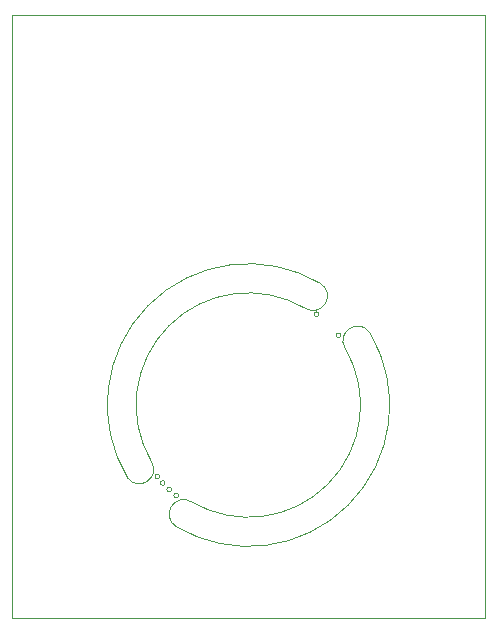
<source format=gm1>
%TF.GenerationSoftware,KiCad,Pcbnew,(6.0.0)*%
%TF.CreationDate,2022-03-02T03:39:50-08:00*%
%TF.ProjectId,headstage-64s,68656164-7374-4616-9765-2d3634732e6b,A*%
%TF.SameCoordinates,Original*%
%TF.FileFunction,Profile,NP*%
%FSLAX46Y46*%
G04 Gerber Fmt 4.6, Leading zero omitted, Abs format (unit mm)*
G04 Created by KiCad (PCBNEW (6.0.0)) date 2022-03-02 03:39:50*
%MOMM*%
%LPD*%
G01*
G04 APERTURE LIST*
%TA.AperFunction,Profile*%
%ADD10C,0.050000*%
%TD*%
G04 APERTURE END LIST*
D10*
X131340000Y-57100000D02*
G75*
G03*
X131340000Y-57100000I-200000J0D01*
G01*
X129470000Y-55310000D02*
G75*
G03*
X129470000Y-55310000I-200000J0D01*
G01*
X118700000Y-71200000D02*
G75*
G03*
X117400000Y-73300000I-671362J-1036776D01*
G01*
X143500000Y-81000000D02*
X103500000Y-81000000D01*
X103500000Y-81000000D02*
X103500000Y-30000000D01*
X103500000Y-30000000D02*
X143500000Y-30000000D01*
X143500000Y-30000000D02*
X143500000Y-81000000D01*
X117400000Y-73300000D02*
G75*
G03*
X133800000Y-56900000I6101805J10298195D01*
G01*
X128300000Y-54800001D02*
G75*
G03*
X129600000Y-52700000I671342J1036789D01*
G01*
X117600000Y-70650000D02*
G75*
G03*
X117600000Y-70650000I-200000J0D01*
G01*
X129600000Y-52700000D02*
G75*
G03*
X113300000Y-69200000I-6091861J-10283192D01*
G01*
X118700001Y-71199998D02*
G75*
G03*
X131699998Y-58200000I4799999J8199998D01*
G01*
X133799999Y-56900001D02*
G75*
G03*
X131699999Y-58200000I-1047912J-653372D01*
G01*
X116000000Y-69050000D02*
G75*
G03*
X116000000Y-69050000I-200000J0D01*
G01*
X113300001Y-69199999D02*
G75*
G03*
X115300000Y-67800001I958196J759718D01*
G01*
X117000000Y-70150000D02*
G75*
G03*
X117000000Y-70150000I-200000J0D01*
G01*
X116450000Y-69600000D02*
G75*
G03*
X116450000Y-69600000I-200000J0D01*
G01*
X128300001Y-54800000D02*
G75*
G03*
X115300000Y-67800001I-4800001J-8200000D01*
G01*
M02*

</source>
